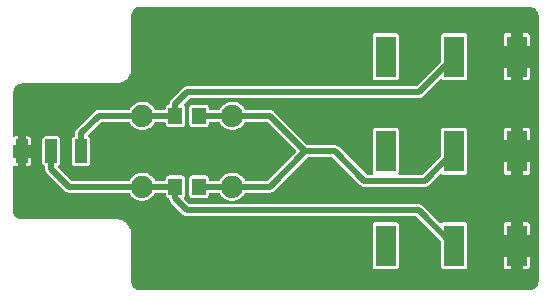
<source format=gtl>
G04 Layer: TopLayer*
G04 EasyEDA v6.5.40, 2024-08-21 00:56:45*
G04 a67cddfb3fce44daa9051d46cbbcc19f,10*
G04 Gerber Generator version 0.2*
G04 Scale: 100 percent, Rotated: No, Reflected: No *
G04 Dimensions in millimeters *
G04 leading zeros omitted , absolute positions ,4 integer and 5 decimal *
%FSLAX45Y45*%
%MOMM*%

%AMMACRO1*21,1,$1,$2,0,0,$3*%
%ADD10C,0.5000*%
%ADD11MACRO1,1.377X1.1325X90.0000*%
%ADD12C,1.8796*%
%ADD13R,1.7000X3.5000*%
%ADD14R,1.0000X2.0000*%
%ADD15C,0.6100*%
%ADD16C,0.0116*%

%LPD*%
G36*
X1101547Y-174091D02*
G01*
X1089101Y-173126D01*
X1078788Y-170789D01*
X1068933Y-166979D01*
X1059738Y-161848D01*
X1051356Y-155448D01*
X1043940Y-147878D01*
X1037691Y-139395D01*
X1032713Y-130048D01*
X1029157Y-120142D01*
X1027023Y-109829D01*
X1025906Y-96266D01*
X1025906Y299669D01*
X1024991Y314502D01*
X1024483Y318363D01*
X1022045Y330708D01*
X1021029Y334467D01*
X1017016Y346354D01*
X1015492Y349961D01*
X1009954Y361238D01*
X1008024Y364591D01*
X1001014Y375056D01*
X998626Y378155D01*
X990346Y387604D01*
X987602Y390347D01*
X978153Y398627D01*
X975055Y401015D01*
X964590Y408025D01*
X961237Y409956D01*
X949960Y415493D01*
X946353Y417017D01*
X934466Y421030D01*
X930706Y422046D01*
X918362Y424484D01*
X914501Y424992D01*
X899668Y425907D01*
X101244Y425907D01*
X88747Y426872D01*
X78486Y429209D01*
X68630Y433019D01*
X59385Y438150D01*
X51003Y444550D01*
X43637Y452120D01*
X37388Y460603D01*
X32410Y469950D01*
X28803Y479856D01*
X26670Y490169D01*
X25908Y501243D01*
X25908Y866902D01*
X26619Y870661D01*
X28702Y873912D01*
X31851Y876147D01*
X35610Y877062D01*
X39420Y876503D01*
X44246Y874776D01*
X50546Y874064D01*
X68630Y874064D01*
X68630Y943660D01*
X36068Y943660D01*
X32156Y944422D01*
X28905Y946607D01*
X26670Y949909D01*
X25908Y953820D01*
X25908Y1046175D01*
X26670Y1050086D01*
X28905Y1053388D01*
X32156Y1055573D01*
X36068Y1056335D01*
X68630Y1056335D01*
X68630Y1125880D01*
X50546Y1125880D01*
X44246Y1125169D01*
X39420Y1123492D01*
X35610Y1122934D01*
X31851Y1123848D01*
X28702Y1126083D01*
X26619Y1129334D01*
X25908Y1133094D01*
X25908Y1498752D01*
X26873Y1511249D01*
X29209Y1521510D01*
X33020Y1531366D01*
X38150Y1540611D01*
X44551Y1548993D01*
X52120Y1556359D01*
X60604Y1562608D01*
X69951Y1567586D01*
X79857Y1571193D01*
X90170Y1573326D01*
X101244Y1574088D01*
X899668Y1574088D01*
X914501Y1575003D01*
X918362Y1575511D01*
X930706Y1577949D01*
X934466Y1578965D01*
X946353Y1582978D01*
X949960Y1584502D01*
X961237Y1590040D01*
X964590Y1591970D01*
X975055Y1598980D01*
X978153Y1601368D01*
X987602Y1609648D01*
X990346Y1612392D01*
X998626Y1621840D01*
X1001014Y1624939D01*
X1008024Y1635404D01*
X1009954Y1638757D01*
X1015492Y1650034D01*
X1017016Y1653641D01*
X1021029Y1665528D01*
X1022045Y1669288D01*
X1024483Y1681632D01*
X1024991Y1685493D01*
X1025906Y1700326D01*
X1025906Y2148738D01*
X1026871Y2161235D01*
X1029208Y2171547D01*
X1033018Y2181402D01*
X1038148Y2190597D01*
X1044549Y2198979D01*
X1052118Y2206396D01*
X1060602Y2212644D01*
X1069949Y2217572D01*
X1079855Y2221179D01*
X1090168Y2223312D01*
X1101242Y2224074D01*
X4398772Y2224074D01*
X4411218Y2223109D01*
X4421530Y2220772D01*
X4431385Y2216962D01*
X4440580Y2211832D01*
X4449013Y2205431D01*
X4456379Y2197912D01*
X4462627Y2189378D01*
X4467606Y2180082D01*
X4471162Y2170125D01*
X4473346Y2159812D01*
X4474108Y2148738D01*
X4474108Y-98755D01*
X4473092Y-111252D01*
X4470755Y-121513D01*
X4466996Y-131368D01*
X4461814Y-140614D01*
X4455414Y-148996D01*
X4447895Y-156362D01*
X4439361Y-162610D01*
X4430064Y-167589D01*
X4420158Y-171196D01*
X4409795Y-173329D01*
X4398772Y-174091D01*
G37*

%LPC*%
G36*
X4205579Y-914D02*
G01*
X4241139Y-914D01*
X4241139Y106172D01*
X4179062Y106172D01*
X4179062Y25552D01*
X4179773Y19253D01*
X4181703Y13766D01*
X4184802Y8890D01*
X4188866Y4775D01*
X4193794Y1727D01*
X4199229Y-203D01*
G37*
G36*
X4338828Y-914D02*
G01*
X4374438Y-914D01*
X4380738Y-203D01*
X4386224Y1727D01*
X4391101Y4775D01*
X4395216Y8890D01*
X4398264Y13766D01*
X4400194Y19253D01*
X4400905Y25552D01*
X4400905Y106172D01*
X4338828Y106172D01*
G37*
G36*
X3095548Y-914D02*
G01*
X3264408Y-914D01*
X3270758Y-203D01*
X3276193Y1727D01*
X3281121Y4775D01*
X3285185Y8890D01*
X3288284Y13766D01*
X3290214Y19253D01*
X3290925Y25552D01*
X3290925Y374446D01*
X3290214Y380746D01*
X3288284Y386232D01*
X3285185Y391109D01*
X3281121Y395224D01*
X3276193Y398272D01*
X3270758Y400202D01*
X3264408Y400913D01*
X3095548Y400913D01*
X3089249Y400202D01*
X3083763Y398272D01*
X3078886Y395224D01*
X3074771Y391109D01*
X3071723Y386232D01*
X3069793Y380746D01*
X3069082Y374446D01*
X3069082Y25552D01*
X3069793Y19253D01*
X3071723Y13766D01*
X3074771Y8890D01*
X3078886Y4775D01*
X3083763Y1727D01*
X3089249Y-203D01*
G37*
G36*
X3675583Y-914D02*
G01*
X3844442Y-914D01*
X3850741Y-203D01*
X3856228Y1727D01*
X3861104Y4775D01*
X3865219Y8890D01*
X3868267Y13766D01*
X3870198Y19253D01*
X3870909Y25552D01*
X3870909Y374446D01*
X3870198Y380746D01*
X3868267Y386232D01*
X3865219Y391109D01*
X3861104Y395224D01*
X3856228Y398272D01*
X3850741Y400202D01*
X3844442Y400913D01*
X3675583Y400913D01*
X3669233Y400202D01*
X3663797Y398272D01*
X3658870Y395224D01*
X3655009Y391312D01*
X3651707Y389128D01*
X3647846Y388366D01*
X3643934Y389128D01*
X3640632Y391312D01*
X3496005Y535990D01*
X3492601Y539140D01*
X3489045Y541832D01*
X3485286Y544220D01*
X3481374Y546252D01*
X3477260Y547979D01*
X3473043Y549300D01*
X3468674Y550265D01*
X3464306Y550824D01*
X3459632Y551027D01*
X1525168Y551027D01*
X1521256Y551789D01*
X1518005Y554024D01*
X1474063Y597916D01*
X1471879Y601218D01*
X1471117Y605078D01*
X1471879Y608990D01*
X1474063Y612292D01*
X1476806Y615035D01*
X1479905Y619912D01*
X1481836Y625398D01*
X1482547Y631698D01*
X1482547Y768299D01*
X1481836Y774598D01*
X1479905Y780084D01*
X1476806Y784961D01*
X1472742Y789076D01*
X1467815Y792124D01*
X1462379Y794054D01*
X1456029Y794766D01*
X1343914Y794766D01*
X1337614Y794054D01*
X1332128Y792124D01*
X1327251Y789076D01*
X1323136Y784961D01*
X1320088Y780084D01*
X1318158Y774598D01*
X1317447Y768299D01*
X1317447Y761085D01*
X1316685Y757174D01*
X1314500Y753872D01*
X1311198Y751687D01*
X1307287Y750925D01*
X1233779Y750925D01*
X1230376Y751484D01*
X1227378Y753160D01*
X1225143Y755751D01*
X1216812Y769264D01*
X1207566Y780745D01*
X1197000Y791006D01*
X1185214Y799896D01*
X1172413Y807313D01*
X1158849Y813053D01*
X1144625Y817067D01*
X1130046Y819353D01*
X1115314Y819810D01*
X1100632Y818438D01*
X1086205Y815289D01*
X1072286Y810361D01*
X1059078Y803808D01*
X1046784Y795680D01*
X1035558Y786028D01*
X1025601Y775157D01*
X1017066Y763117D01*
X1013409Y756259D01*
X1011123Y753414D01*
X1008024Y751535D01*
X1004468Y750925D01*
X525272Y750925D01*
X521411Y751687D01*
X518109Y753872D01*
X410413Y861568D01*
X408381Y864514D01*
X407466Y868070D01*
X407873Y871677D01*
X409549Y874877D01*
X412191Y877366D01*
X416102Y879805D01*
X420217Y883869D01*
X423265Y888796D01*
X425196Y894232D01*
X425907Y900582D01*
X425907Y1099413D01*
X425196Y1105763D01*
X423265Y1111199D01*
X420217Y1116126D01*
X416102Y1120190D01*
X411226Y1123289D01*
X405739Y1125169D01*
X399440Y1125880D01*
X300583Y1125880D01*
X294233Y1125169D01*
X288798Y1123289D01*
X283870Y1120190D01*
X279806Y1116126D01*
X276707Y1111199D01*
X274828Y1105763D01*
X274116Y1099413D01*
X274116Y900582D01*
X274828Y894232D01*
X276707Y888796D01*
X279806Y883869D01*
X283870Y879805D01*
X288798Y876706D01*
X292303Y875487D01*
X295859Y873353D01*
X298246Y869950D01*
X299110Y865886D01*
X299110Y850188D01*
X299313Y845566D01*
X299872Y841146D01*
X300837Y836828D01*
X302158Y832561D01*
X303885Y828497D01*
X305917Y824534D01*
X308305Y820775D01*
X310997Y817270D01*
X314147Y813816D01*
X463854Y664159D01*
X467258Y661009D01*
X470814Y658317D01*
X474573Y655929D01*
X478485Y653846D01*
X482600Y652170D01*
X486816Y650849D01*
X491185Y649884D01*
X495554Y649274D01*
X500227Y649071D01*
X1004468Y649071D01*
X1008024Y648462D01*
X1011123Y646582D01*
X1013409Y643737D01*
X1017066Y636879D01*
X1025601Y624840D01*
X1035558Y613918D01*
X1046784Y604316D01*
X1059078Y596188D01*
X1072286Y589635D01*
X1086205Y584708D01*
X1100632Y581558D01*
X1115314Y580186D01*
X1130046Y580644D01*
X1144625Y582930D01*
X1158849Y586943D01*
X1172413Y592683D01*
X1185214Y600100D01*
X1197000Y608990D01*
X1207566Y619252D01*
X1216812Y630732D01*
X1225143Y644245D01*
X1227378Y646836D01*
X1230376Y648512D01*
X1233779Y649071D01*
X1307287Y649071D01*
X1311198Y648309D01*
X1314500Y646125D01*
X1316685Y642823D01*
X1317447Y638911D01*
X1317447Y631698D01*
X1318158Y625398D01*
X1320088Y619912D01*
X1323136Y615035D01*
X1327251Y610920D01*
X1332128Y607872D01*
X1337614Y605942D01*
X1340358Y605637D01*
X1343609Y604723D01*
X1346403Y602742D01*
X1348384Y599948D01*
X1349298Y596696D01*
X1349959Y591007D01*
X1350873Y586790D01*
X1352194Y582523D01*
X1353921Y578459D01*
X1355953Y574497D01*
X1358341Y570738D01*
X1361033Y567232D01*
X1364183Y563778D01*
X1463700Y464261D01*
X1467154Y461111D01*
X1470660Y458419D01*
X1474419Y456031D01*
X1478381Y453999D01*
X1482445Y452272D01*
X1486712Y450951D01*
X1491030Y449986D01*
X1495450Y449427D01*
X1500073Y449224D01*
X3434587Y449224D01*
X3438448Y448462D01*
X3441750Y446227D01*
X3646119Y241858D01*
X3648303Y238607D01*
X3649065Y234696D01*
X3649065Y25552D01*
X3649776Y19253D01*
X3651707Y13766D01*
X3654806Y8890D01*
X3658870Y4775D01*
X3663797Y1727D01*
X3669233Y-203D01*
G37*
G36*
X4179062Y293827D02*
G01*
X4241139Y293827D01*
X4241139Y400913D01*
X4205579Y400913D01*
X4199229Y400202D01*
X4193794Y398272D01*
X4188866Y395224D01*
X4184802Y391109D01*
X4181703Y386232D01*
X4179773Y380746D01*
X4179062Y374446D01*
G37*
G36*
X4338828Y293827D02*
G01*
X4400905Y293827D01*
X4400905Y374446D01*
X4400194Y380746D01*
X4398264Y386232D01*
X4395216Y391109D01*
X4391101Y395224D01*
X4386224Y398272D01*
X4380738Y400202D01*
X4374438Y400913D01*
X4338828Y400913D01*
G37*
G36*
X1877314Y580186D02*
G01*
X1892046Y580644D01*
X1906625Y582930D01*
X1920849Y586943D01*
X1934413Y592683D01*
X1947214Y600100D01*
X1959000Y608990D01*
X1969566Y619252D01*
X1978812Y630732D01*
X1987143Y644245D01*
X1989378Y646836D01*
X1992426Y648512D01*
X1995779Y649122D01*
X2199690Y649122D01*
X2204313Y649325D01*
X2208733Y649884D01*
X2213051Y650849D01*
X2217318Y652170D01*
X2221382Y653897D01*
X2225344Y655929D01*
X2229104Y658317D01*
X2232609Y661009D01*
X2236063Y664159D01*
X2518003Y946099D01*
X2521254Y948334D01*
X2525166Y949096D01*
X2724759Y949096D01*
X2728671Y948334D01*
X2731922Y946099D01*
X2963824Y714197D01*
X2967278Y711047D01*
X2970784Y708355D01*
X2974543Y705967D01*
X2978505Y703935D01*
X2982569Y702208D01*
X2986836Y700887D01*
X2991154Y699922D01*
X2995574Y699363D01*
X3000197Y699160D01*
X3509822Y699160D01*
X3514445Y699363D01*
X3518865Y699922D01*
X3523183Y700887D01*
X3527450Y702208D01*
X3531514Y703935D01*
X3535476Y705967D01*
X3539236Y708355D01*
X3542741Y711047D01*
X3546195Y714197D01*
X3640632Y808685D01*
X3643934Y810869D01*
X3647795Y811631D01*
X3651707Y810869D01*
X3655009Y808685D01*
X3658870Y804773D01*
X3663797Y801725D01*
X3669233Y799795D01*
X3675583Y799084D01*
X3844442Y799084D01*
X3850741Y799795D01*
X3856228Y801725D01*
X3861104Y804773D01*
X3865219Y808888D01*
X3868267Y813765D01*
X3870198Y819251D01*
X3870909Y825550D01*
X3870909Y1174445D01*
X3870198Y1180744D01*
X3868267Y1186230D01*
X3865219Y1191107D01*
X3861104Y1195222D01*
X3856228Y1198270D01*
X3850741Y1200200D01*
X3844442Y1200912D01*
X3675583Y1200912D01*
X3669233Y1200200D01*
X3663797Y1198270D01*
X3658870Y1195222D01*
X3654806Y1191107D01*
X3651707Y1186230D01*
X3649776Y1180744D01*
X3649065Y1174445D01*
X3649065Y965301D01*
X3648303Y961440D01*
X3646119Y958138D01*
X3491890Y803960D01*
X3488639Y801725D01*
X3484727Y800963D01*
X3298088Y800963D01*
X3294329Y801674D01*
X3291078Y803808D01*
X3288842Y806907D01*
X3287979Y810666D01*
X3288537Y814476D01*
X3290214Y819251D01*
X3290925Y825550D01*
X3290925Y1174445D01*
X3290214Y1180744D01*
X3288284Y1186230D01*
X3285185Y1191107D01*
X3281121Y1195222D01*
X3276193Y1198270D01*
X3270758Y1200200D01*
X3264408Y1200912D01*
X3095548Y1200912D01*
X3089249Y1200200D01*
X3083763Y1198270D01*
X3078886Y1195222D01*
X3074771Y1191107D01*
X3071723Y1186230D01*
X3069793Y1180744D01*
X3069082Y1174445D01*
X3069082Y825550D01*
X3069793Y819251D01*
X3071469Y814476D01*
X3072028Y810666D01*
X3071114Y806907D01*
X3068878Y803808D01*
X3065678Y801674D01*
X3061868Y800963D01*
X3025292Y800963D01*
X3021380Y801725D01*
X3018129Y803960D01*
X2786227Y1035862D01*
X2782773Y1039012D01*
X2779268Y1041704D01*
X2775508Y1044092D01*
X2771546Y1046124D01*
X2767482Y1047851D01*
X2763215Y1049172D01*
X2758897Y1050137D01*
X2754477Y1050696D01*
X2749854Y1050899D01*
X2525166Y1050899D01*
X2521254Y1051661D01*
X2518003Y1053896D01*
X2236063Y1335836D01*
X2232609Y1338986D01*
X2229104Y1341678D01*
X2225344Y1344066D01*
X2221382Y1346098D01*
X2217318Y1347825D01*
X2213051Y1349146D01*
X2208733Y1350111D01*
X2204313Y1350670D01*
X2199690Y1350873D01*
X1995779Y1350873D01*
X1992426Y1351483D01*
X1989378Y1353159D01*
X1987143Y1355750D01*
X1978812Y1369263D01*
X1969566Y1380744D01*
X1959000Y1391005D01*
X1947214Y1399895D01*
X1934413Y1407312D01*
X1920849Y1413052D01*
X1906625Y1417066D01*
X1892046Y1419352D01*
X1877314Y1419809D01*
X1862632Y1418437D01*
X1848205Y1415288D01*
X1834286Y1410360D01*
X1821078Y1403807D01*
X1808784Y1395679D01*
X1797557Y1386027D01*
X1787601Y1375156D01*
X1779066Y1363116D01*
X1775409Y1356258D01*
X1773123Y1353413D01*
X1770024Y1351534D01*
X1766468Y1350924D01*
X1692706Y1350924D01*
X1688795Y1351686D01*
X1685493Y1353870D01*
X1683308Y1357172D01*
X1682546Y1361084D01*
X1682546Y1368298D01*
X1681835Y1374597D01*
X1679905Y1380083D01*
X1676857Y1384960D01*
X1672742Y1389075D01*
X1667865Y1392123D01*
X1662379Y1394053D01*
X1656080Y1394764D01*
X1543964Y1394764D01*
X1537614Y1394053D01*
X1532178Y1392123D01*
X1527251Y1389075D01*
X1523187Y1384960D01*
X1520088Y1380083D01*
X1518158Y1374597D01*
X1517446Y1368298D01*
X1517446Y1231696D01*
X1518158Y1225397D01*
X1520088Y1219911D01*
X1523187Y1215034D01*
X1527251Y1210919D01*
X1532178Y1207871D01*
X1537614Y1205941D01*
X1543964Y1205230D01*
X1656080Y1205230D01*
X1662379Y1205941D01*
X1667865Y1207871D01*
X1672742Y1210919D01*
X1676857Y1215034D01*
X1679905Y1219911D01*
X1681835Y1225397D01*
X1682546Y1231696D01*
X1682546Y1238910D01*
X1683308Y1242822D01*
X1685493Y1246124D01*
X1688795Y1248308D01*
X1692706Y1249070D01*
X1766468Y1249070D01*
X1770024Y1248460D01*
X1773123Y1246581D01*
X1775409Y1243736D01*
X1779066Y1236878D01*
X1787601Y1224838D01*
X1797557Y1213916D01*
X1808784Y1204315D01*
X1821078Y1196187D01*
X1834286Y1189634D01*
X1848205Y1184706D01*
X1862632Y1181557D01*
X1877314Y1180185D01*
X1892046Y1180642D01*
X1906625Y1182928D01*
X1920849Y1186942D01*
X1934413Y1192682D01*
X1947214Y1200099D01*
X1959000Y1208989D01*
X1969566Y1219250D01*
X1978812Y1230731D01*
X1987092Y1244244D01*
X1989378Y1246784D01*
X1992375Y1248460D01*
X1995779Y1249070D01*
X2174595Y1249070D01*
X2178507Y1248308D01*
X2181758Y1246073D01*
X2420670Y1007160D01*
X2422906Y1003909D01*
X2423668Y999998D01*
X2422906Y996086D01*
X2420670Y992835D01*
X2181758Y753922D01*
X2178507Y751687D01*
X2174595Y750925D01*
X1995779Y750925D01*
X1992375Y751535D01*
X1989378Y753211D01*
X1987092Y755751D01*
X1978812Y769264D01*
X1969566Y780745D01*
X1959000Y791006D01*
X1947214Y799896D01*
X1934413Y807313D01*
X1920849Y813053D01*
X1906625Y817067D01*
X1892046Y819353D01*
X1877314Y819810D01*
X1862632Y818438D01*
X1848205Y815289D01*
X1834286Y810361D01*
X1821078Y803808D01*
X1808784Y795680D01*
X1797557Y786028D01*
X1787601Y775157D01*
X1779066Y763117D01*
X1775409Y756310D01*
X1773174Y753465D01*
X1770024Y751586D01*
X1766468Y750925D01*
X1692706Y750925D01*
X1688795Y751687D01*
X1685493Y753922D01*
X1683308Y757224D01*
X1682546Y761085D01*
X1682546Y768299D01*
X1681835Y774598D01*
X1679905Y780084D01*
X1676857Y784961D01*
X1672742Y789076D01*
X1667865Y792124D01*
X1662379Y794054D01*
X1656080Y794766D01*
X1543964Y794766D01*
X1537614Y794054D01*
X1532178Y792124D01*
X1527251Y789076D01*
X1523187Y784961D01*
X1520088Y780084D01*
X1518158Y774598D01*
X1517446Y768299D01*
X1517446Y631698D01*
X1518158Y625398D01*
X1520088Y619912D01*
X1523187Y615035D01*
X1527251Y610920D01*
X1532178Y607872D01*
X1537614Y605942D01*
X1543964Y605231D01*
X1656080Y605231D01*
X1662379Y605942D01*
X1667865Y607872D01*
X1672742Y610920D01*
X1676857Y615035D01*
X1679905Y619912D01*
X1681835Y625398D01*
X1682546Y631698D01*
X1682546Y638962D01*
X1683308Y642823D01*
X1685493Y646125D01*
X1688795Y648360D01*
X1692706Y649122D01*
X1766468Y649122D01*
X1770024Y648462D01*
X1773123Y646582D01*
X1775409Y643737D01*
X1779066Y636879D01*
X1787601Y624840D01*
X1797557Y613918D01*
X1808784Y604316D01*
X1821078Y596188D01*
X1834286Y589635D01*
X1848205Y584708D01*
X1862632Y581558D01*
G37*
G36*
X4205579Y799084D02*
G01*
X4241139Y799084D01*
X4241139Y906170D01*
X4179062Y906170D01*
X4179062Y825550D01*
X4179773Y819251D01*
X4181703Y813765D01*
X4184802Y808888D01*
X4188866Y804773D01*
X4193794Y801725D01*
X4199229Y799795D01*
G37*
G36*
X4338828Y799084D02*
G01*
X4374438Y799084D01*
X4380738Y799795D01*
X4386224Y801725D01*
X4391101Y804773D01*
X4395216Y808888D01*
X4398264Y813765D01*
X4400194Y819251D01*
X4400905Y825550D01*
X4400905Y906170D01*
X4338828Y906170D01*
G37*
G36*
X131368Y874064D02*
G01*
X149453Y874064D01*
X155752Y874776D01*
X161188Y876706D01*
X166116Y879805D01*
X170180Y883869D01*
X173278Y888796D01*
X175209Y894232D01*
X175920Y900582D01*
X175920Y943660D01*
X131368Y943660D01*
G37*
G36*
X550570Y874064D02*
G01*
X649427Y874064D01*
X655726Y874776D01*
X661212Y876706D01*
X666089Y879805D01*
X670204Y883869D01*
X673303Y888796D01*
X675182Y894232D01*
X675894Y900582D01*
X675894Y1099413D01*
X675182Y1105763D01*
X673303Y1111199D01*
X670204Y1116126D01*
X666089Y1120190D01*
X661873Y1122832D01*
X659231Y1125321D01*
X657555Y1128522D01*
X657148Y1132128D01*
X658063Y1135684D01*
X660146Y1138631D01*
X768045Y1246124D01*
X771347Y1248308D01*
X775208Y1249070D01*
X1004468Y1249070D01*
X1008024Y1248460D01*
X1011123Y1246581D01*
X1013409Y1243736D01*
X1017066Y1236878D01*
X1025601Y1224838D01*
X1035558Y1213916D01*
X1046784Y1204315D01*
X1059078Y1196187D01*
X1072286Y1189634D01*
X1086205Y1184706D01*
X1100632Y1181557D01*
X1115314Y1180185D01*
X1130046Y1180642D01*
X1144625Y1182928D01*
X1158849Y1186942D01*
X1172413Y1192682D01*
X1185214Y1200099D01*
X1197000Y1208989D01*
X1207566Y1219250D01*
X1216812Y1230731D01*
X1225143Y1244244D01*
X1227378Y1246835D01*
X1230376Y1248511D01*
X1233779Y1249070D01*
X1307287Y1249070D01*
X1311198Y1248308D01*
X1314500Y1246124D01*
X1316685Y1242822D01*
X1317447Y1238910D01*
X1317447Y1231696D01*
X1318158Y1225397D01*
X1320088Y1219911D01*
X1323136Y1215034D01*
X1327251Y1210919D01*
X1332128Y1207871D01*
X1337614Y1205941D01*
X1343914Y1205230D01*
X1456029Y1205230D01*
X1462379Y1205941D01*
X1467815Y1207871D01*
X1472742Y1210919D01*
X1476806Y1215034D01*
X1479905Y1219911D01*
X1481836Y1225397D01*
X1482547Y1231696D01*
X1482547Y1368298D01*
X1481836Y1374597D01*
X1479905Y1380083D01*
X1476806Y1384960D01*
X1474063Y1387703D01*
X1471879Y1391005D01*
X1471117Y1394917D01*
X1471879Y1398778D01*
X1474063Y1402080D01*
X1518005Y1445971D01*
X1521256Y1448206D01*
X1525168Y1448968D01*
X3459530Y1448968D01*
X3464204Y1449171D01*
X3468573Y1449730D01*
X3472942Y1450695D01*
X3477158Y1452016D01*
X3481273Y1453743D01*
X3485184Y1455775D01*
X3488944Y1458163D01*
X3492500Y1460855D01*
X3495903Y1464005D01*
X3640632Y1608734D01*
X3643934Y1610969D01*
X3647846Y1611731D01*
X3651707Y1610969D01*
X3655009Y1608734D01*
X3658870Y1604873D01*
X3663797Y1601825D01*
X3669233Y1599895D01*
X3675583Y1599184D01*
X3844442Y1599184D01*
X3850741Y1599895D01*
X3856228Y1601825D01*
X3861104Y1604873D01*
X3865219Y1608988D01*
X3868267Y1613865D01*
X3870198Y1619351D01*
X3870909Y1625650D01*
X3870909Y1974545D01*
X3870198Y1980844D01*
X3868267Y1986330D01*
X3865219Y1991207D01*
X3861104Y1995322D01*
X3856228Y1998370D01*
X3850741Y2000300D01*
X3844442Y2001012D01*
X3675583Y2001012D01*
X3669233Y2000300D01*
X3663797Y1998370D01*
X3658870Y1995322D01*
X3654806Y1991207D01*
X3651707Y1986330D01*
X3649776Y1980844D01*
X3649065Y1974545D01*
X3649065Y1765401D01*
X3648303Y1761489D01*
X3646119Y1758238D01*
X3441649Y1553768D01*
X3438347Y1551533D01*
X3434486Y1550771D01*
X1500073Y1550771D01*
X1495450Y1550568D01*
X1491030Y1550009D01*
X1486712Y1549044D01*
X1482445Y1547723D01*
X1478381Y1545996D01*
X1474419Y1543964D01*
X1470660Y1541576D01*
X1467154Y1538884D01*
X1463700Y1535734D01*
X1364183Y1436217D01*
X1361033Y1432763D01*
X1358341Y1429258D01*
X1355953Y1425498D01*
X1353921Y1421536D01*
X1352194Y1417472D01*
X1350873Y1413205D01*
X1349959Y1408988D01*
X1349298Y1403299D01*
X1348384Y1400048D01*
X1346403Y1397254D01*
X1343609Y1395272D01*
X1340358Y1394358D01*
X1337614Y1394053D01*
X1332128Y1392123D01*
X1327251Y1389075D01*
X1323136Y1384960D01*
X1320088Y1380083D01*
X1318158Y1374597D01*
X1317447Y1368298D01*
X1317447Y1361084D01*
X1316685Y1357172D01*
X1314500Y1353870D01*
X1311198Y1351686D01*
X1307287Y1350924D01*
X1233779Y1350924D01*
X1230376Y1351483D01*
X1227378Y1353159D01*
X1225143Y1355750D01*
X1216812Y1369263D01*
X1207566Y1380744D01*
X1197000Y1391005D01*
X1185214Y1399895D01*
X1172413Y1407312D01*
X1158849Y1413052D01*
X1144625Y1417066D01*
X1130046Y1419352D01*
X1115314Y1419809D01*
X1100632Y1418437D01*
X1086205Y1415288D01*
X1072286Y1410360D01*
X1059078Y1403807D01*
X1046784Y1395679D01*
X1035558Y1386027D01*
X1025601Y1375156D01*
X1017066Y1363116D01*
X1013409Y1356258D01*
X1011123Y1353413D01*
X1008024Y1351534D01*
X1004468Y1350924D01*
X750214Y1350924D01*
X745693Y1350721D01*
X741172Y1350111D01*
X736955Y1349197D01*
X732586Y1347825D01*
X728573Y1346200D01*
X724560Y1344066D01*
X720902Y1341780D01*
X717296Y1338986D01*
X713943Y1335938D01*
X564235Y1186840D01*
X560984Y1183335D01*
X558393Y1179931D01*
X555904Y1176070D01*
X553923Y1172210D01*
X552145Y1167993D01*
X550875Y1163929D01*
X549859Y1159459D01*
X549300Y1155192D01*
X549097Y1150416D01*
X549097Y1134110D01*
X548233Y1130046D01*
X545846Y1126642D01*
X542290Y1124508D01*
X538784Y1123289D01*
X533908Y1120190D01*
X529793Y1116126D01*
X526694Y1111199D01*
X524814Y1105763D01*
X524103Y1099413D01*
X524103Y900582D01*
X524814Y894232D01*
X526694Y888796D01*
X529793Y883869D01*
X533908Y879805D01*
X538784Y876706D01*
X544271Y874776D01*
G37*
G36*
X131368Y1056335D02*
G01*
X175920Y1056335D01*
X175920Y1099413D01*
X175209Y1105763D01*
X173278Y1111199D01*
X170180Y1116126D01*
X166116Y1120190D01*
X161188Y1123289D01*
X155752Y1125169D01*
X149453Y1125880D01*
X131368Y1125880D01*
G37*
G36*
X4179062Y1093825D02*
G01*
X4241139Y1093825D01*
X4241139Y1200912D01*
X4205579Y1200912D01*
X4199229Y1200200D01*
X4193794Y1198270D01*
X4188866Y1195222D01*
X4184802Y1191107D01*
X4181703Y1186230D01*
X4179773Y1180744D01*
X4179062Y1174445D01*
G37*
G36*
X4338828Y1093825D02*
G01*
X4400905Y1093825D01*
X4400905Y1174445D01*
X4400194Y1180744D01*
X4398264Y1186230D01*
X4395216Y1191107D01*
X4391101Y1195222D01*
X4386224Y1198270D01*
X4380738Y1200200D01*
X4374438Y1200912D01*
X4338828Y1200912D01*
G37*
G36*
X4338828Y1599184D02*
G01*
X4374438Y1599184D01*
X4380738Y1599895D01*
X4386224Y1601825D01*
X4391101Y1604873D01*
X4395216Y1608988D01*
X4398264Y1613865D01*
X4400194Y1619351D01*
X4400905Y1625650D01*
X4400905Y1706270D01*
X4338828Y1706270D01*
G37*
G36*
X4205579Y1599184D02*
G01*
X4241139Y1599184D01*
X4241139Y1706270D01*
X4179062Y1706270D01*
X4179062Y1625650D01*
X4179773Y1619351D01*
X4181703Y1613865D01*
X4184802Y1608988D01*
X4188866Y1604873D01*
X4193794Y1601825D01*
X4199229Y1599895D01*
G37*
G36*
X3095548Y1599184D02*
G01*
X3264408Y1599184D01*
X3270758Y1599895D01*
X3276193Y1601825D01*
X3281121Y1604873D01*
X3285185Y1608988D01*
X3288284Y1613865D01*
X3290214Y1619351D01*
X3290925Y1625650D01*
X3290925Y1974545D01*
X3290214Y1980844D01*
X3288284Y1986330D01*
X3285185Y1991207D01*
X3281121Y1995322D01*
X3276193Y1998370D01*
X3270758Y2000300D01*
X3264408Y2001012D01*
X3095548Y2001012D01*
X3089249Y2000300D01*
X3083763Y1998370D01*
X3078886Y1995322D01*
X3074771Y1991207D01*
X3071723Y1986330D01*
X3069793Y1980844D01*
X3069082Y1974545D01*
X3069082Y1625650D01*
X3069793Y1619351D01*
X3071723Y1613865D01*
X3074771Y1608988D01*
X3078886Y1604873D01*
X3083763Y1601825D01*
X3089249Y1599895D01*
G37*
G36*
X4338828Y1893925D02*
G01*
X4400905Y1893925D01*
X4400905Y1974545D01*
X4400194Y1980844D01*
X4398264Y1986330D01*
X4395216Y1991207D01*
X4391101Y1995322D01*
X4386224Y1998370D01*
X4380738Y2000300D01*
X4374438Y2001012D01*
X4338828Y2001012D01*
G37*
G36*
X4179062Y1893925D02*
G01*
X4241139Y1893925D01*
X4241139Y2001012D01*
X4205579Y2001012D01*
X4199229Y2000300D01*
X4193794Y1998370D01*
X4188866Y1995322D01*
X4184802Y1991207D01*
X4181703Y1986330D01*
X4179773Y1980844D01*
X4179062Y1974545D01*
G37*

%LPD*%
D10*
X600001Y1000000D02*
G01*
X600001Y1150620D01*
X749995Y1299997D01*
X1399997Y1299997D01*
X1880870Y1299971D02*
G01*
X2199893Y1299971D01*
X2499868Y999997D01*
X2199893Y700023D01*
X1599945Y700023D01*
X1599996Y1299997D02*
G01*
X1880996Y1299997D01*
X2499868Y999997D02*
G01*
X2750058Y999997D01*
X2999993Y750062D01*
X3510025Y750062D01*
X3759961Y999997D01*
X1400047Y1299971D02*
G01*
X1400047Y1400047D01*
X1499870Y1499870D01*
X3459759Y1499870D01*
X3759987Y1800097D01*
X1400047Y700023D02*
G01*
X1400047Y599947D01*
X1499870Y500126D01*
X3459861Y500126D01*
X3759987Y199999D01*
X350012Y999997D02*
G01*
X350012Y849985D01*
X499998Y699998D01*
X1399997Y699998D01*
D11*
G01*
X1600001Y1299997D03*
G01*
X1399992Y1299997D03*
G01*
X1600001Y699998D03*
G01*
X1399992Y699998D03*
D12*
G01*
X1118996Y1299997D03*
G01*
X1880996Y1299997D03*
G01*
X1118996Y699998D03*
G01*
X1880996Y699998D03*
D13*
G01*
X3180003Y999997D03*
G01*
X3759987Y999997D03*
G01*
X4289983Y999997D03*
G01*
X3180003Y199999D03*
G01*
X3759987Y199999D03*
G01*
X4289983Y199999D03*
G01*
X3180003Y1800097D03*
G01*
X3759987Y1800097D03*
G01*
X4289983Y1800097D03*
D14*
G01*
X99999Y999997D03*
G01*
X350012Y999997D03*
G01*
X599998Y999997D03*
D15*
G01*
X107205Y1392791D03*
G01*
X107205Y642792D03*
G01*
X357205Y1392791D03*
G01*
X357205Y642792D03*
G01*
X607204Y1392791D03*
G01*
X857204Y1142791D03*
G01*
X857204Y892792D03*
G01*
X1107203Y2142789D03*
G01*
X1107203Y1892790D03*
G01*
X1107203Y1642790D03*
G01*
X1107203Y892792D03*
G01*
X1107203Y392793D03*
G01*
X1107203Y142793D03*
G01*
X1107203Y-107205D03*
G01*
X1357203Y2142789D03*
G01*
X1357203Y1892790D03*
G01*
X1357203Y1642790D03*
G01*
X1357203Y1142791D03*
G01*
X1357203Y892792D03*
G01*
X1357203Y392793D03*
G01*
X1357203Y142793D03*
G01*
X1357203Y-107205D03*
G01*
X1607202Y2142789D03*
G01*
X1607202Y1892790D03*
G01*
X1607202Y1642790D03*
G01*
X1607202Y1142791D03*
G01*
X1607202Y892792D03*
G01*
X1607202Y392793D03*
G01*
X1607202Y142793D03*
G01*
X1607202Y-107205D03*
G01*
X1857202Y2142789D03*
G01*
X1857202Y1892790D03*
G01*
X1857202Y1642790D03*
G01*
X1857202Y892792D03*
G01*
X1857202Y392793D03*
G01*
X1857202Y142793D03*
G01*
X1857202Y-107205D03*
G01*
X2107201Y2142789D03*
G01*
X2107201Y1892790D03*
G01*
X2107201Y1642790D03*
G01*
X2107201Y1142791D03*
G01*
X2107201Y892792D03*
G01*
X2107201Y392793D03*
G01*
X2107201Y142793D03*
G01*
X2107201Y-107205D03*
G01*
X2357201Y2142789D03*
G01*
X2357201Y1892790D03*
G01*
X2357201Y1642790D03*
G01*
X2357201Y1392791D03*
G01*
X2357201Y642792D03*
G01*
X2357201Y392793D03*
G01*
X2357201Y142793D03*
G01*
X2357201Y-107205D03*
G01*
X2607200Y2142789D03*
G01*
X2607200Y1892790D03*
G01*
X2607200Y1642790D03*
G01*
X2607200Y1392791D03*
G01*
X2607200Y1142791D03*
G01*
X2607200Y642792D03*
G01*
X2607200Y392793D03*
G01*
X2607200Y142793D03*
G01*
X2607200Y-107205D03*
G01*
X2857200Y2142789D03*
G01*
X2857200Y1892790D03*
G01*
X2857200Y1642790D03*
G01*
X2857200Y1392791D03*
G01*
X2857200Y1142791D03*
G01*
X2599994Y799998D03*
G01*
X2857200Y642792D03*
G01*
X2857200Y392793D03*
G01*
X2857200Y142793D03*
G01*
X2857200Y-107205D03*
G01*
X3107199Y2142789D03*
G01*
X3107199Y1392791D03*
G01*
X3107199Y642792D03*
G01*
X3107199Y-107205D03*
G01*
X3357199Y2142789D03*
G01*
X3357199Y1892790D03*
G01*
X3357199Y1642790D03*
G01*
X3357199Y1392791D03*
G01*
X3357199Y1142791D03*
G01*
X3357199Y892792D03*
G01*
X3357199Y642792D03*
G01*
X3357199Y392793D03*
G01*
X3357199Y142793D03*
G01*
X3357199Y-107205D03*
G01*
X3607198Y2142789D03*
G01*
X3607198Y1392791D03*
G01*
X3607198Y642792D03*
G01*
X3607198Y-107205D03*
G01*
X3857198Y2142789D03*
G01*
X3857198Y1392791D03*
G01*
X3857198Y642792D03*
G01*
X3857198Y-107205D03*
G01*
X4107197Y2142789D03*
G01*
X4107197Y1892790D03*
G01*
X4107197Y1642790D03*
G01*
X4107197Y1392791D03*
G01*
X4107197Y1142791D03*
G01*
X4107197Y892792D03*
G01*
X4107197Y642792D03*
G01*
X4107197Y392793D03*
G01*
X4107197Y142793D03*
G01*
X4107197Y-107205D03*
G01*
X4357197Y2142789D03*
G01*
X4357197Y1392791D03*
G01*
X4357197Y642792D03*
G01*
X4357197Y-107205D03*
M02*

</source>
